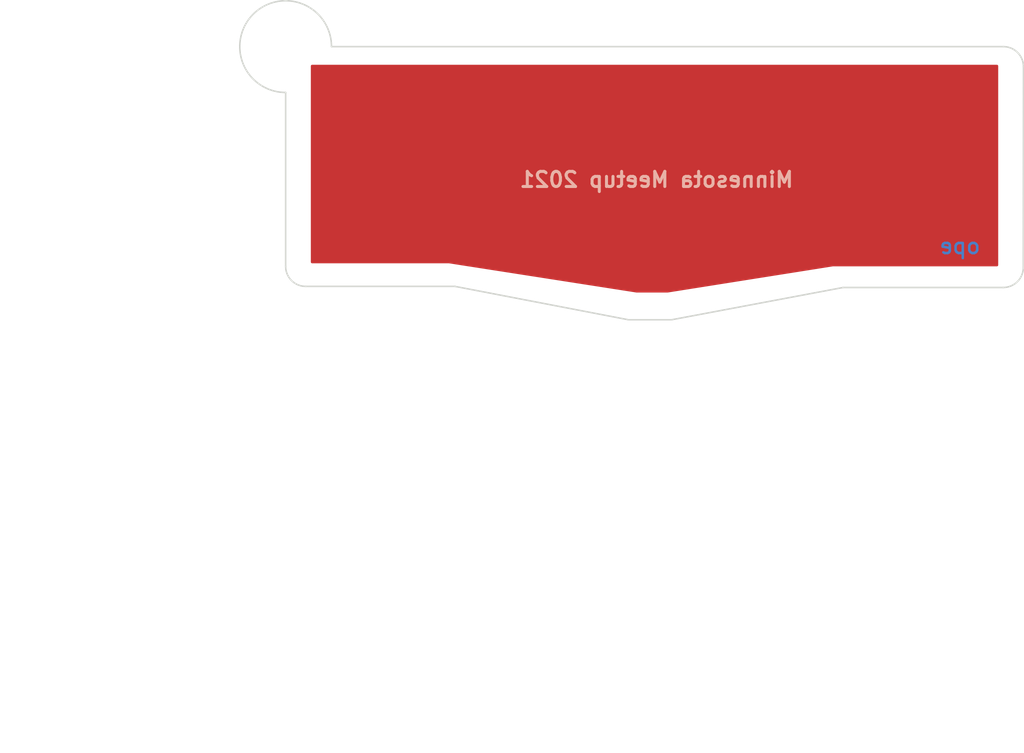
<source format=kicad_pcb>
(kicad_pcb (version 20171130) (host pcbnew "(5.1.10-1-10_14)")

  (general
    (thickness 1.6)
    (drawings 16)
    (tracks 0)
    (zones 0)
    (modules 67)
    (nets 1)
  )

  (page A4)
  (layers
    (0 F.Cu signal)
    (31 B.Cu signal)
    (32 B.Adhes user)
    (33 F.Adhes user)
    (34 B.Paste user)
    (35 F.Paste user)
    (36 B.SilkS user)
    (37 F.SilkS user)
    (38 B.Mask user)
    (39 F.Mask user)
    (40 Dwgs.User user)
    (41 Cmts.User user)
    (42 Eco1.User user)
    (43 Eco2.User user)
    (44 Edge.Cuts user)
    (45 Margin user)
    (46 B.CrtYd user)
    (47 F.CrtYd user)
    (48 B.Fab user)
    (49 F.Fab user hide)
  )

  (setup
    (last_trace_width 0.25)
    (trace_clearance 0.2)
    (zone_clearance 0)
    (zone_45_only no)
    (trace_min 0.2)
    (via_size 0.8)
    (via_drill 0.4)
    (via_min_size 0.4)
    (via_min_drill 0.3)
    (uvia_size 0.3)
    (uvia_drill 0.1)
    (uvias_allowed no)
    (uvia_min_size 0.2)
    (uvia_min_drill 0.1)
    (edge_width 0.15)
    (segment_width 0.15)
    (pcb_text_width 0.3)
    (pcb_text_size 1.5 1.5)
    (mod_edge_width 0.15)
    (mod_text_size 1 1)
    (mod_text_width 0.15)
    (pad_size 6 6)
    (pad_drill 4)
    (pad_to_mask_clearance 0)
    (aux_axis_origin 66.85875 79.76375)
    (grid_origin 66.85875 79.76375)
    (visible_elements 7FFFFFFF)
    (pcbplotparams
      (layerselection 0x010fc_ffffffff)
      (usegerberextensions false)
      (usegerberattributes false)
      (usegerberadvancedattributes false)
      (creategerberjobfile false)
      (excludeedgelayer true)
      (linewidth 0.100000)
      (plotframeref false)
      (viasonmask false)
      (mode 1)
      (useauxorigin false)
      (hpglpennumber 1)
      (hpglpenspeed 20)
      (hpglpendiameter 15.000000)
      (psnegative false)
      (psa4output false)
      (plotreference true)
      (plotvalue true)
      (plotinvisibletext false)
      (padsonsilk false)
      (subtractmaskfromsilk false)
      (outputformat 1)
      (mirror false)
      (drillshape 0)
      (scaleselection 1)
      (outputdirectory "Gerber"))
  )

  (net 0 "")

  (net_class Default "This is the default net class."
    (clearance 0.2)
    (trace_width 0.25)
    (via_dia 0.8)
    (via_drill 0.4)
    (uvia_dia 0.3)
    (uvia_drill 0.1)
  )

  (module random-keyboard-parts:Plate_hole_4mm (layer F.Cu) (tedit 5DBC5A61) (tstamp 611E208C)
    (at 31.65875 67.76375)
    (fp_text reference Ref** (at -0.0127 1.2065) (layer Dwgs.User) hide
      (effects (font (size 1 1) (thickness 0.15)))
    )
    (fp_text value Plate_hole_4mm (at 0 -0.5) (layer F.Fab)
      (effects (font (size 1 1) (thickness 0.15)))
    )
    (pad "" np_thru_hole circle (at 0.0127 -1.9939) (size 4 4) (drill 4) (layers *.Cu *.Mask))
  )

  (module locallib:Pad-1U (layer F.Cu) (tedit 5C08844F) (tstamp 611DB910)
    (at 36.35875 77.56375)
    (fp_text reference REF** (at 0 0.5) (layer Dwgs.User) hide
      (effects (font (size 1 1) (thickness 0.15)))
    )
    (fp_text value Pad-1U (at 0 -0.5) (layer F.Fab) hide
      (effects (font (size 1 1) (thickness 0.15)))
    )
    (pad "" smd rect (at 0 0) (size 3 3) (layers F.Mask)
      (solder_mask_margin -0.1))
  )

  (module locallib:Pad-1U (layer F.Cu) (tedit 5C08844F) (tstamp 611DB910)
    (at 37.15875 73.86375)
    (fp_text reference REF** (at 0 0.5) (layer Dwgs.User) hide
      (effects (font (size 1 1) (thickness 0.15)))
    )
    (fp_text value Pad-1U (at 0 -0.5) (layer F.Fab) hide
      (effects (font (size 1 1) (thickness 0.15)))
    )
    (pad "" smd rect (at 0 0) (size 3 3) (layers F.Mask)
      (solder_mask_margin -0.1))
  )

  (module locallib:Pad-1U (layer F.Cu) (tedit 5C08844F) (tstamp 611DB910)
    (at 38.05875 70.16375)
    (fp_text reference REF** (at 0 0.5) (layer Dwgs.User) hide
      (effects (font (size 1 1) (thickness 0.15)))
    )
    (fp_text value Pad-1U (at 0 -0.5) (layer F.Fab) hide
      (effects (font (size 1 1) (thickness 0.15)))
    )
    (pad "" smd rect (at 0 0) (size 3 3) (layers F.Mask)
      (solder_mask_margin -0.1))
  )

  (module locallib:Pad-1.75U (layer F.Cu) (tedit 5C08847B) (tstamp 611DB7EA)
    (at 95.15875 81.26375)
    (fp_text reference REF** (at 0 0.5) (layer Dwgs.User) hide
      (effects (font (size 1 1) (thickness 0.15)))
    )
    (fp_text value Pad-1.75U (at 0 -0.5) (layer F.Fab) hide
      (effects (font (size 1 1) (thickness 0.15)))
    )
    (pad "" smd rect (at 0 0) (size 5.8575 3) (layers F.Mask)
      (solder_mask_margin -0.1))
  )

  (module locallib:Pad-1U (layer B.Cu) (tedit 611B39CE) (tstamp 611DB7DE)
    (at 70.85875 72.26375 190)
    (fp_text reference REF** (at 0 -0.5 190) (layer Dwgs.User) hide
      (effects (font (size 1 1) (thickness 0.15)))
    )
    (fp_text value Pad-1U (at 0 0.5 190) (layer B.Fab) hide
      (effects (font (size 1 1) (thickness 0.15)) (justify mirror))
    )
    (pad "" smd rect (at 0 0 190) (size 3 3) (layers F.Mask)
      (solder_mask_margin -0.1))
  )

  (module locallib:Pad-1.5U (layer B.Cu) (tedit 611B3A82) (tstamp 611DB7D2)
    (at 82.75875 85.76375 190)
    (fp_text reference REF** (at 0 -0.5 190) (layer Dwgs.User) hide
      (effects (font (size 1 1) (thickness 0.15)))
    )
    (fp_text value Pad-1.5U (at 0 0.5 190) (layer B.Fab) hide
      (effects (font (size 1 1) (thickness 0.15)) (justify mirror))
    )
    (pad "" smd rect (at 0 0 190) (size 4.905 3) (layers F.Mask)
      (solder_mask_margin -0.1))
  )

  (module locallib:Pad-1.5U (layer B.Cu) (tedit 611B3A79) (tstamp 611DB7C6)
    (at 98.55875 85.46375 180)
    (fp_text reference REF** (at 0 -0.5) (layer Dwgs.User) hide
      (effects (font (size 1 1) (thickness 0.15)))
    )
    (fp_text value Pad-1.5U (at 0 0.5) (layer B.Fab) hide
      (effects (font (size 1 1) (thickness 0.15)) (justify mirror))
    )
    (pad "" smd rect (at 0 0 180) (size 4.905 3) (layers F.Mask)
      (solder_mask_margin -0.1))
  )

  (module locallib:Pad-1U (layer B.Cu) (tedit 611B3A01) (tstamp 611DB7BA)
    (at 89.75875 70.16375 180)
    (fp_text reference REF** (at 0 -0.5) (layer Dwgs.User) hide
      (effects (font (size 1 1) (thickness 0.15)))
    )
    (fp_text value Pad-1U (at 0 0.5) (layer B.Fab) hide
      (effects (font (size 1 1) (thickness 0.15)) (justify mirror))
    )
    (pad "" smd rect (at 0 0 180) (size 3 3) (layers F.Mask)
      (solder_mask_margin -0.1))
  )

  (module locallib:Pad-1U (layer B.Cu) (tedit 611B39F8) (tstamp 611DB7AE)
    (at 93.55875 70.16375 180)
    (fp_text reference REF** (at 0 -0.5) (layer Dwgs.User) hide
      (effects (font (size 1 1) (thickness 0.15)))
    )
    (fp_text value Pad-1U (at 0 0.5) (layer B.Fab) hide
      (effects (font (size 1 1) (thickness 0.15)) (justify mirror))
    )
    (pad "" smd rect (at 0 0 180) (size 3 3) (layers F.Mask)
      (solder_mask_margin -0.1))
  )

  (module locallib:Pad-1U (layer B.Cu) (tedit 611B3A4D) (tstamp 611DB7A2)
    (at 87.05875 77.46375 180)
    (fp_text reference REF** (at 0 -0.5) (layer Dwgs.User) hide
      (effects (font (size 1 1) (thickness 0.15)))
    )
    (fp_text value Pad-1U (at 0 0.5) (layer B.Fab) hide
      (effects (font (size 1 1) (thickness 0.15)) (justify mirror))
    )
    (pad "" smd rect (at 0 0 180) (size 3 3) (layers F.Mask)
      (solder_mask_margin -0.1))
  )

  (module locallib:Pad-1U (layer B.Cu) (tedit 611B3A68) (tstamp 611DB796)
    (at 86.15875 81.26375 180)
    (fp_text reference REF** (at 0 -0.5) (layer Dwgs.User) hide
      (effects (font (size 1 1) (thickness 0.15)))
    )
    (fp_text value Pad-1U (at 0 0.5) (layer B.Fab) hide
      (effects (font (size 1 1) (thickness 0.15)) (justify mirror))
    )
    (pad "" smd rect (at 0 0 180) (size 3 3) (layers F.Mask)
      (solder_mask_margin -0.1))
  )

  (module locallib:Pad-1U (layer B.Cu) (tedit 611B39DA) (tstamp 611DB78A)
    (at 82.15875 70.18875 190)
    (fp_text reference REF** (at 0 -0.5 190) (layer Dwgs.User) hide
      (effects (font (size 1 1) (thickness 0.15)))
    )
    (fp_text value Pad-1U (at 0 0.5 190) (layer B.Fab) hide
      (effects (font (size 1 1) (thickness 0.15)) (justify mirror))
    )
    (pad "" smd rect (at 0 0 190) (size 3 3) (layers F.Mask)
      (solder_mask_margin -0.1))
  )

  (module locallib:Pad-1U (layer B.Cu) (tedit 611B3A06) (tstamp 611DB77E)
    (at 85.95875 69.58875 180)
    (fp_text reference REF** (at 0 -0.5) (layer Dwgs.User) hide
      (effects (font (size 1 1) (thickness 0.15)))
    )
    (fp_text value Pad-1U (at 0 0.5) (layer B.Fab) hide
      (effects (font (size 1 1) (thickness 0.15)) (justify mirror))
    )
    (pad "" smd rect (at 0 0 180) (size 3 3) (layers F.Mask)
      (solder_mask_margin -0.1))
  )

  (module locallib:Pad-1U (layer B.Cu) (tedit 611B3A5F) (tstamp 611DB772)
    (at 78.15875 82.48875 190)
    (fp_text reference REF** (at 0 -0.5 190) (layer Dwgs.User) hide
      (effects (font (size 1 1) (thickness 0.15)))
    )
    (fp_text value Pad-1U (at 0 0.5 190) (layer B.Fab) hide
      (effects (font (size 1 1) (thickness 0.15)) (justify mirror))
    )
    (pad "" smd rect (at 0 0 190) (size 3 3) (layers F.Mask)
      (solder_mask_margin -0.1))
  )

  (module locallib:Pad-1U (layer B.Cu) (tedit 611B3A22) (tstamp 611DB766)
    (at 69.75875 76.08875 190)
    (fp_text reference REF** (at 0 -0.5 190) (layer Dwgs.User) hide
      (effects (font (size 1 1) (thickness 0.15)))
    )
    (fp_text value Pad-1U (at 0 0.5 190) (layer B.Fab) hide
      (effects (font (size 1 1) (thickness 0.15)) (justify mirror))
    )
    (pad "" smd rect (at 0 0 190) (size 3 3) (layers F.Mask)
      (solder_mask_margin -0.1))
  )

  (module locallib:Pad-1U (layer B.Cu) (tedit 611B39CE) (tstamp 611DB75A)
    (at 74.65875 71.58875 190)
    (fp_text reference REF** (at 0 -0.5 190) (layer Dwgs.User) hide
      (effects (font (size 1 1) (thickness 0.15)))
    )
    (fp_text value Pad-1U (at 0 0.5 190) (layer B.Fab) hide
      (effects (font (size 1 1) (thickness 0.15)) (justify mirror))
    )
    (pad "" smd rect (at 0 0 190) (size 3 3) (layers F.Mask)
      (solder_mask_margin -0.1))
  )

  (module locallib:Pad-1U (layer B.Cu) (tedit 611B3A63) (tstamp 611DB74E)
    (at 81.85875 81.78875 190)
    (fp_text reference REF** (at 0 -0.5 190) (layer Dwgs.User) hide
      (effects (font (size 1 1) (thickness 0.15)))
    )
    (fp_text value Pad-1U (at 0 0.5 190) (layer B.Fab) hide
      (effects (font (size 1 1) (thickness 0.15)) (justify mirror))
    )
    (pad "" smd rect (at 0 0 190) (size 3 3) (layers F.Mask)
      (solder_mask_margin -0.1))
  )

  (module locallib:Pad-1U (layer B.Cu) (tedit 611B3A55) (tstamp 611DB742)
    (at 70.55875 83.88875 190)
    (fp_text reference REF** (at 0 -0.5 190) (layer Dwgs.User) hide
      (effects (font (size 1 1) (thickness 0.15)))
    )
    (fp_text value Pad-1U (at 0 0.5 190) (layer B.Fab) hide
      (effects (font (size 1 1) (thickness 0.15)) (justify mirror))
    )
    (pad "" smd rect (at 0 0 190) (size 3 3) (layers F.Mask)
      (solder_mask_margin -0.1))
  )

  (module locallib:Pad-1U (layer B.Cu) (tedit 611B3A58) (tstamp 611DB736)
    (at 74.35875 83.18875 190)
    (fp_text reference REF** (at 0 -0.5 190) (layer Dwgs.User) hide
      (effects (font (size 1 1) (thickness 0.15)))
    )
    (fp_text value Pad-1U (at 0 0.5 190) (layer B.Fab) hide
      (effects (font (size 1 1) (thickness 0.15)) (justify mirror))
    )
    (pad "" smd rect (at 0 0 190) (size 3 3) (layers F.Mask)
      (solder_mask_margin -0.1))
  )

  (module locallib:Pad-1U (layer B.Cu) (tedit 611B3A2E) (tstamp 611DB72A)
    (at 81.05875 73.98875 190)
    (fp_text reference REF** (at 0 -0.5 190) (layer Dwgs.User) hide
      (effects (font (size 1 1) (thickness 0.15)))
    )
    (fp_text value Pad-1U (at 0 0.5 190) (layer B.Fab) hide
      (effects (font (size 1 1) (thickness 0.15)) (justify mirror))
    )
    (pad "" smd rect (at 0 0 190) (size 3 3) (layers F.Mask)
      (solder_mask_margin -0.1))
  )

  (module locallib:Pad-1U (layer B.Cu) (tedit 611B3A26) (tstamp 611DB71E)
    (at 73.55875 75.38875 190)
    (fp_text reference REF** (at 0 -0.5 190) (layer Dwgs.User) hide
      (effects (font (size 1 1) (thickness 0.15)))
    )
    (fp_text value Pad-1U (at 0 0.5 190) (layer B.Fab) hide
      (effects (font (size 1 1) (thickness 0.15)) (justify mirror))
    )
    (pad "" smd rect (at 0 0 190) (size 3 3) (layers F.Mask)
      (solder_mask_margin -0.1))
  )

  (module locallib:Pad-1U (layer B.Cu) (tedit 611B3A2A) (tstamp 611DB712)
    (at 77.35875 74.68875 190)
    (fp_text reference REF** (at 0 -0.5 190) (layer Dwgs.User) hide
      (effects (font (size 1 1) (thickness 0.15)))
    )
    (fp_text value Pad-1U (at 0 0.5 190) (layer B.Fab) hide
      (effects (font (size 1 1) (thickness 0.15)) (justify mirror))
    )
    (pad "" smd rect (at 0 0 190) (size 3 3) (layers F.Mask)
      (solder_mask_margin -0.1))
  )

  (module locallib:Pad-1U (layer B.Cu) (tedit 611B39D5) (tstamp 611DB706)
    (at 78.45875 70.88875 190)
    (fp_text reference REF** (at 0 -0.5 190) (layer Dwgs.User) hide
      (effects (font (size 1 1) (thickness 0.15)))
    )
    (fp_text value Pad-1U (at 0 0.5 190) (layer B.Fab) hide
      (effects (font (size 1 1) (thickness 0.15)) (justify mirror))
    )
    (pad "" smd rect (at 0 0 190) (size 3 3) (layers F.Mask)
      (solder_mask_margin -0.1))
  )

  (module locallib:Pad-1U (layer B.Cu) (tedit 611B3A4A) (tstamp 611DB6FA)
    (at 82.75875 77.58875 190)
    (fp_text reference REF** (at 0 -0.5 190) (layer Dwgs.User) hide
      (effects (font (size 1 1) (thickness 0.15)))
    )
    (fp_text value Pad-1U (at 0 0.5 190) (layer B.Fab) hide
      (effects (font (size 1 1) (thickness 0.15)) (justify mirror))
    )
    (pad "" smd rect (at 0 0 190) (size 3 3) (layers F.Mask)
      (solder_mask_margin -0.1))
  )

  (module locallib:Pad-1U (layer B.Cu) (tedit 611B3A40) (tstamp 611DB6EE)
    (at 75.25875 78.98875 190)
    (fp_text reference REF** (at 0 -0.5 190) (layer Dwgs.User) hide
      (effects (font (size 1 1) (thickness 0.15)))
    )
    (fp_text value Pad-1U (at 0 0.5 190) (layer B.Fab) hide
      (effects (font (size 1 1) (thickness 0.15)) (justify mirror))
    )
    (pad "" smd rect (at 0 0 190) (size 3 3) (layers F.Mask)
      (solder_mask_margin -0.1))
  )

  (module locallib:Pad-1U (layer B.Cu) (tedit 611B3A45) (tstamp 611DB6E2)
    (at 79.05875 78.28875 190)
    (fp_text reference REF** (at 0 -0.5 190) (layer Dwgs.User) hide
      (effects (font (size 1 1) (thickness 0.15)))
    )
    (fp_text value Pad-1U (at 0 0.5 190) (layer B.Fab) hide
      (effects (font (size 1 1) (thickness 0.15)) (justify mirror))
    )
    (pad "" smd rect (at 0 0 190) (size 3 3) (layers F.Mask)
      (solder_mask_margin -0.1))
  )

  (module locallib:Pad-1U (layer B.Cu) (tedit 611B3A3B) (tstamp 611DB6D6)
    (at 71.45875 79.68875 190)
    (fp_text reference REF** (at 0 -0.5 190) (layer Dwgs.User) hide
      (effects (font (size 1 1) (thickness 0.15)))
    )
    (fp_text value Pad-1U (at 0 0.5 190) (layer B.Fab) hide
      (effects (font (size 1 1) (thickness 0.15)) (justify mirror))
    )
    (pad "" smd rect (at 0 0 190) (size 3 3) (layers F.Mask)
      (solder_mask_margin -0.1))
  )

  (module locallib:Pad-1U (layer B.Cu) (tedit 611B3A32) (tstamp 611DB6CA)
    (at 88.95875 73.98875 180)
    (fp_text reference REF** (at 0 -0.5) (layer Dwgs.User) hide
      (effects (font (size 1 1) (thickness 0.15)))
    )
    (fp_text value Pad-1U (at 0 0.5) (layer B.Fab) hide
      (effects (font (size 1 1) (thickness 0.15)) (justify mirror))
    )
    (pad "" smd rect (at 0 0 180) (size 3 3) (layers F.Mask)
      (solder_mask_margin -0.1))
  )

  (module locallib:Pad-1U (layer F.Cu) (tedit 5C08844F) (tstamp 611DB6BE)
    (at 52.45875 81.56375 350)
    (fp_text reference REF** (at 0 0.5 170) (layer Dwgs.User) hide
      (effects (font (size 1 1) (thickness 0.15)))
    )
    (fp_text value Pad-1U (at 0 -0.5 170) (layer F.Fab) hide
      (effects (font (size 1 1) (thickness 0.15)))
    )
    (pad "" smd rect (at 0 0 350) (size 3 3) (layers F.Mask)
      (solder_mask_margin -0.1))
  )

  (module locallib:Pad-1U (layer F.Cu) (tedit 5C08844F) (tstamp 611DB6B2)
    (at 59.95875 82.96375 350)
    (fp_text reference REF** (at 0 0.5 170) (layer Dwgs.User) hide
      (effects (font (size 1 1) (thickness 0.15)))
    )
    (fp_text value Pad-1U (at 0 -0.5 170) (layer F.Fab) hide
      (effects (font (size 1 1) (thickness 0.15)))
    )
    (pad "" smd rect (at 0 0 350) (size 3 3) (layers F.Mask)
      (solder_mask_margin -0.1))
  )

  (module locallib:Pad-1U (layer F.Cu) (tedit 5C08844F) (tstamp 611DB6A6)
    (at 56.15875 82.26375 350)
    (fp_text reference REF** (at 0 0.5 170) (layer Dwgs.User) hide
      (effects (font (size 1 1) (thickness 0.15)))
    )
    (fp_text value Pad-1U (at 0 -0.5 170) (layer F.Fab) hide
      (effects (font (size 1 1) (thickness 0.15)))
    )
    (pad "" smd rect (at 0 0 350) (size 3 3) (layers F.Mask)
      (solder_mask_margin -0.1))
  )

  (module locallib:Pad-1U (layer F.Cu) (tedit 5C08844F) (tstamp 611DB69A)
    (at 63.75875 83.66375 350)
    (fp_text reference REF** (at 0 0.5 170) (layer Dwgs.User) hide
      (effects (font (size 1 1) (thickness 0.15)))
    )
    (fp_text value Pad-1U (at 0 -0.5 170) (layer F.Fab) hide
      (effects (font (size 1 1) (thickness 0.15)))
    )
    (pad "" smd rect (at 0 0 350) (size 3 3) (layers F.Mask)
      (solder_mask_margin -0.1))
  )

  (module locallib:Pad-1U (layer F.Cu) (tedit 5C08844F) (tstamp 611DB68E)
    (at 51.65875 77.56375 350)
    (fp_text reference REF** (at 0 0.5 170) (layer Dwgs.User) hide
      (effects (font (size 1 1) (thickness 0.15)))
    )
    (fp_text value Pad-1U (at 0 -0.5 170) (layer F.Fab) hide
      (effects (font (size 1 1) (thickness 0.15)))
    )
    (pad "" smd rect (at 0 0 350) (size 3 3) (layers F.Mask)
      (solder_mask_margin -0.1))
  )

  (module locallib:Pad-1U (layer F.Cu) (tedit 5C08844F) (tstamp 611DB682)
    (at 59.15875 78.96375 350)
    (fp_text reference REF** (at 0 0.5 170) (layer Dwgs.User) hide
      (effects (font (size 1 1) (thickness 0.15)))
    )
    (fp_text value Pad-1U (at 0 -0.5 170) (layer F.Fab) hide
      (effects (font (size 1 1) (thickness 0.15)))
    )
    (pad "" smd rect (at 0 0 350) (size 3 3) (layers F.Mask)
      (solder_mask_margin -0.1))
  )

  (module locallib:Pad-1U (layer F.Cu) (tedit 5C08844F) (tstamp 611DB676)
    (at 55.35875 78.26375 350)
    (fp_text reference REF** (at 0 0.5 170) (layer Dwgs.User) hide
      (effects (font (size 1 1) (thickness 0.15)))
    )
    (fp_text value Pad-1U (at 0 -0.5 170) (layer F.Fab) hide
      (effects (font (size 1 1) (thickness 0.15)))
    )
    (pad "" smd rect (at 0 0 350) (size 3 3) (layers F.Mask)
      (solder_mask_margin -0.1))
  )

  (module locallib:Pad-1U (layer F.Cu) (tedit 5C08844F) (tstamp 611DB66A)
    (at 62.95875 79.66375 350)
    (fp_text reference REF** (at 0 0.5 170) (layer Dwgs.User) hide
      (effects (font (size 1 1) (thickness 0.15)))
    )
    (fp_text value Pad-1U (at 0 -0.5 170) (layer F.Fab) hide
      (effects (font (size 1 1) (thickness 0.15)))
    )
    (pad "" smd rect (at 0 0 350) (size 3 3) (layers F.Mask)
      (solder_mask_margin -0.1))
  )

  (module locallib:Pad-1U (layer F.Cu) (tedit 5C08844F) (tstamp 611DB65E)
    (at 51.75875 73.56375 350)
    (fp_text reference REF** (at 0 0.5 170) (layer Dwgs.User) hide
      (effects (font (size 1 1) (thickness 0.15)))
    )
    (fp_text value Pad-1U (at 0 -0.5 170) (layer F.Fab) hide
      (effects (font (size 1 1) (thickness 0.15)))
    )
    (pad "" smd rect (at 0 0 350) (size 3 3) (layers F.Mask)
      (solder_mask_margin -0.1))
  )

  (module locallib:Pad-1U (layer F.Cu) (tedit 5C08844F) (tstamp 611DB652)
    (at 59.25875 74.96375 350)
    (fp_text reference REF** (at 0 0.5 170) (layer Dwgs.User) hide
      (effects (font (size 1 1) (thickness 0.15)))
    )
    (fp_text value Pad-1U (at 0 -0.5 170) (layer F.Fab) hide
      (effects (font (size 1 1) (thickness 0.15)))
    )
    (pad "" smd rect (at 0 0 350) (size 3 3) (layers F.Mask)
      (solder_mask_margin -0.1))
  )

  (module locallib:Pad-1U (layer F.Cu) (tedit 5C08844F) (tstamp 611DB646)
    (at 55.45875 74.26375 350)
    (fp_text reference REF** (at 0 0.5 170) (layer Dwgs.User) hide
      (effects (font (size 1 1) (thickness 0.15)))
    )
    (fp_text value Pad-1U (at 0 -0.5 170) (layer F.Fab) hide
      (effects (font (size 1 1) (thickness 0.15)))
    )
    (pad "" smd rect (at 0 0 350) (size 3 3) (layers F.Mask)
      (solder_mask_margin -0.1))
  )

  (module locallib:Pad-1U (layer F.Cu) (tedit 5C08844F) (tstamp 611DB63A)
    (at 63.05875 75.66375 350)
    (fp_text reference REF** (at 0 0.5 170) (layer Dwgs.User) hide
      (effects (font (size 1 1) (thickness 0.15)))
    )
    (fp_text value Pad-1U (at 0 -0.5 170) (layer F.Fab) hide
      (effects (font (size 1 1) (thickness 0.15)))
    )
    (pad "" smd rect (at 0 0 350) (size 3 3) (layers F.Mask)
      (solder_mask_margin -0.1))
  )

  (module locallib:Pad-1U (layer F.Cu) (tedit 5C08844F) (tstamp 611DB62E)
    (at 65.65875 72.26375 350)
    (fp_text reference REF** (at 0 0.5 170) (layer Dwgs.User) hide
      (effects (font (size 1 1) (thickness 0.15)))
    )
    (fp_text value Pad-1U (at 0 -0.5 170) (layer F.Fab) hide
      (effects (font (size 1 1) (thickness 0.15)))
    )
    (pad "" smd rect (at 0 0 350) (size 3 3) (layers F.Mask)
      (solder_mask_margin -0.1))
  )

  (module locallib:Pad-1U (layer F.Cu) (tedit 5C08844F) (tstamp 611DB622)
    (at 61.85875 71.56375 350)
    (fp_text reference REF** (at 0 0.5 170) (layer Dwgs.User) hide
      (effects (font (size 1 1) (thickness 0.15)))
    )
    (fp_text value Pad-1U (at 0 -0.5 170) (layer F.Fab) hide
      (effects (font (size 1 1) (thickness 0.15)))
    )
    (pad "" smd rect (at 0 0 350) (size 3 3) (layers F.Mask)
      (solder_mask_margin -0.1))
  )

  (module locallib:Pad-1U (layer F.Cu) (tedit 5C08844F) (tstamp 611DB616)
    (at 58.05875 70.86375 350)
    (fp_text reference REF** (at 0 0.5 170) (layer Dwgs.User) hide
      (effects (font (size 1 1) (thickness 0.15)))
    )
    (fp_text value Pad-1U (at 0 -0.5 170) (layer F.Fab) hide
      (effects (font (size 1 1) (thickness 0.15)))
    )
    (pad "" smd rect (at 0 0 350) (size 3 3) (layers F.Mask)
      (solder_mask_margin -0.1))
  )

  (module locallib:Pad-1U (layer F.Cu) (tedit 5C08844F) (tstamp 611DB60A)
    (at 47.55875 73.96375)
    (fp_text reference REF** (at 0 0.5) (layer Dwgs.User) hide
      (effects (font (size 1 1) (thickness 0.15)))
    )
    (fp_text value Pad-1U (at 0 -0.5) (layer F.Fab) hide
      (effects (font (size 1 1) (thickness 0.15)))
    )
    (pad "" smd rect (at 0 0) (size 3 3) (layers F.Mask)
      (solder_mask_margin -0.1))
  )

  (module locallib:Pad-1U (layer F.Cu) (tedit 5C08844F) (tstamp 611DB5E9)
    (at 100.35875 81.26375)
    (fp_text reference REF** (at 0 0.5) (layer Dwgs.User) hide
      (effects (font (size 1 1) (thickness 0.15)))
    )
    (fp_text value Pad-1U (at 0 -0.5) (layer F.Fab) hide
      (effects (font (size 1 1) (thickness 0.15)))
    )
    (pad "" smd rect (at 0 0) (size 3 3) (layers F.Mask)
      (solder_mask_margin -0.1))
  )

  (module locallib:Pad-1U (layer F.Cu) (tedit 5C08844F) (tstamp 611DB5DD)
    (at 48.35875 81.56375)
    (fp_text reference REF** (at 0 0.5) (layer Dwgs.User) hide
      (effects (font (size 1 1) (thickness 0.15)))
    )
    (fp_text value Pad-1U (at 0 -0.5) (layer F.Fab) hide
      (effects (font (size 1 1) (thickness 0.15)))
    )
    (pad "" smd rect (at 0 0) (size 3 3) (layers F.Mask)
      (solder_mask_margin -0.1))
  )

  (module locallib:Pad-1U (layer F.Cu) (tedit 5C08844F) (tstamp 611DB5D1)
    (at 85.15875 73.66375)
    (fp_text reference REF** (at 0 0.5) (layer Dwgs.User) hide
      (effects (font (size 1 1) (thickness 0.15)))
    )
    (fp_text value Pad-1U (at 0 -0.5) (layer F.Fab) hide
      (effects (font (size 1 1) (thickness 0.15)))
    )
    (pad "" smd rect (at 0 0) (size 3 3) (layers F.Mask)
      (solder_mask_margin -0.1))
  )

  (module locallib:Pad-1U (layer F.Cu) (tedit 5C08844F) (tstamp 611DB5C5)
    (at 90.85875 77.46375)
    (fp_text reference REF** (at 0 0.5) (layer Dwgs.User) hide
      (effects (font (size 1 1) (thickness 0.15)))
    )
    (fp_text value Pad-1U (at 0 -0.5) (layer F.Fab) hide
      (effects (font (size 1 1) (thickness 0.15)))
    )
    (pad "" smd rect (at 0 0) (size 3 3) (layers F.Mask)
      (solder_mask_margin -0.1))
  )

  (module locallib:Pad-1U (layer F.Cu) (tedit 5C08844F) (tstamp 611DB5B9)
    (at 89.95875 81.26375)
    (fp_text reference REF** (at 0 0.5) (layer Dwgs.User) hide
      (effects (font (size 1 1) (thickness 0.15)))
    )
    (fp_text value Pad-1U (at 0 -0.5) (layer F.Fab) hide
      (effects (font (size 1 1) (thickness 0.15)))
    )
    (pad "" smd rect (at 0 0) (size 3 3) (layers F.Mask)
      (solder_mask_margin -0.1))
  )

  (module locallib:Pad-1U (layer F.Cu) (tedit 5C08844F) (tstamp 611DB5AD)
    (at 92.75875 73.96375)
    (fp_text reference REF** (at 0 0.5) (layer Dwgs.User) hide
      (effects (font (size 1 1) (thickness 0.15)))
    )
    (fp_text value Pad-1U (at 0 -0.5) (layer F.Fab) hide
      (effects (font (size 1 1) (thickness 0.15)))
    )
    (pad "" smd rect (at 0 0) (size 3 3) (layers F.Mask)
      (solder_mask_margin -0.1))
  )

  (module locallib:Pad-1U (layer F.Cu) (tedit 5C08844F) (tstamp 611DB5A1)
    (at 47.55875 77.76375)
    (fp_text reference REF** (at 0 0.5) (layer Dwgs.User) hide
      (effects (font (size 1 1) (thickness 0.15)))
    )
    (fp_text value Pad-1U (at 0 -0.5) (layer F.Fab) hide
      (effects (font (size 1 1) (thickness 0.15)))
    )
    (pad "" smd rect (at 0 0) (size 3 3) (layers F.Mask)
      (solder_mask_margin -0.1))
  )

  (module locallib:Pad-1U (layer F.Cu) (tedit 5C08844F) (tstamp 611DB595)
    (at 97.35875 70.16375)
    (fp_text reference REF** (at 0 0.5) (layer Dwgs.User) hide
      (effects (font (size 1 1) (thickness 0.15)))
    )
    (fp_text value Pad-1U (at 0 -0.5) (layer F.Fab) hide
      (effects (font (size 1 1) (thickness 0.15)))
    )
    (pad "" smd rect (at 0 0) (size 3 3) (layers F.Mask)
      (solder_mask_margin -0.1))
  )

  (module locallib:Pad-1U (layer F.Cu) (tedit 5C08844F) (tstamp 611DB589)
    (at 50.55875 69.56375)
    (fp_text reference REF** (at 0 0.5) (layer Dwgs.User) hide
      (effects (font (size 1 1) (thickness 0.15)))
    )
    (fp_text value Pad-1U (at 0 -0.5) (layer F.Fab) hide
      (effects (font (size 1 1) (thickness 0.15)))
    )
    (pad "" smd rect (at 0 0) (size 3 3) (layers F.Mask)
      (solder_mask_margin -0.1))
  )

  (module locallib:Pad-1U (layer F.Cu) (tedit 5C08844F) (tstamp 611DB57D)
    (at 54.35875 70.16375 350)
    (fp_text reference REF** (at 0 0.5 170) (layer Dwgs.User) hide
      (effects (font (size 1 1) (thickness 0.15)))
    )
    (fp_text value Pad-1U (at 0 -0.5 170) (layer F.Fab) hide
      (effects (font (size 1 1) (thickness 0.15)))
    )
    (pad "" smd rect (at 0 0 350) (size 3 3) (layers F.Mask)
      (solder_mask_margin -0.1))
  )

  (module locallib:Pad-1U (layer F.Cu) (tedit 5C08844F) (tstamp 611DB571)
    (at 42.95875 70.16375)
    (fp_text reference REF** (at 0 0.5) (layer Dwgs.User) hide
      (effects (font (size 1 1) (thickness 0.15)))
    )
    (fp_text value Pad-1U (at 0 -0.5) (layer F.Fab) hide
      (effects (font (size 1 1) (thickness 0.15)))
    )
    (pad "" smd rect (at 0 0) (size 3 3) (layers F.Mask)
      (solder_mask_margin -0.1))
  )

  (module locallib:Pad-1U (layer F.Cu) (tedit 5C08844F) (tstamp 611DB565)
    (at 46.75875 70.16375)
    (fp_text reference REF** (at 0 0.5) (layer Dwgs.User) hide
      (effects (font (size 1 1) (thickness 0.15)))
    )
    (fp_text value Pad-1U (at 0 -0.5) (layer F.Fab) hide
      (effects (font (size 1 1) (thickness 0.15)))
    )
    (pad "" smd rect (at 0 0) (size 3 3) (layers F.Mask)
      (solder_mask_margin -0.1))
  )

  (module locallib:Pad-2U (layer F.Cu) (tedit 5C08848A) (tstamp 611DB559)
    (at 58.45875 86.76375 350)
    (fp_text reference REF** (at 0 0.5 170) (layer Dwgs.User) hide
      (effects (font (size 1 1) (thickness 0.15)))
    )
    (fp_text value Pad-2U (at 0 -0.5 170) (layer F.Fab) hide
      (effects (font (size 1 1) (thickness 0.15)))
    )
    (pad "" smd rect (at 0 0 350) (size 6.81 3) (layers F.Mask)
      (solder_mask_margin -0.1))
  )

  (module locallib:Pad-1.5U (layer F.Cu) (tedit 5C08853F) (tstamp 611DB54D)
    (at 42.85875 73.96375)
    (fp_text reference REF** (at 0 0.5) (layer Dwgs.User) hide
      (effects (font (size 1 1) (thickness 0.15)))
    )
    (fp_text value Pad-1.5U (at 0 -0.5) (layer F.Fab) hide
      (effects (font (size 1 1) (thickness 0.15)))
    )
    (pad "" smd rect (at 0 0) (size 4.905 3) (layers F.Mask)
      (solder_mask_margin -0.1))
  )

  (module locallib:Pad-1.5U (layer F.Cu) (tedit 5C08853F) (tstamp 611DB541)
    (at 97.45875 73.96375)
    (fp_text reference REF** (at 0 0.5) (layer Dwgs.User) hide
      (effects (font (size 1 1) (thickness 0.15)))
    )
    (fp_text value Pad-1.5U (at 0 -0.5) (layer F.Fab) hide
      (effects (font (size 1 1) (thickness 0.15)))
    )
    (pad "" smd rect (at 0 0) (size 4.905 3) (layers F.Mask)
      (solder_mask_margin -0.1))
  )

  (module locallib:Pad-1.75U (layer F.Cu) (tedit 5C08847B) (tstamp 611DB535)
    (at 42.45875 77.76375)
    (fp_text reference REF** (at 0 0.5) (layer Dwgs.User) hide
      (effects (font (size 1 1) (thickness 0.15)))
    )
    (fp_text value Pad-1.75U (at 0 -0.5) (layer F.Fab) hide
      (effects (font (size 1 1) (thickness 0.15)))
    )
    (pad "" smd rect (at 0 0) (size 5.8575 3) (layers F.Mask)
      (solder_mask_margin -0.1))
  )

  (module locallib:Pad-2.25U (layer F.Cu) (tedit 5C088496) (tstamp 611DB529)
    (at 97.05875 77.46375)
    (fp_text reference REF** (at 0 0.5) (layer Dwgs.User) hide
      (effects (font (size 1 1) (thickness 0.15)))
    )
    (fp_text value Pad-2.25U (at 0 -0.5) (layer F.Fab) hide
      (effects (font (size 1 1) (thickness 0.15)))
    )
    (pad "" smd rect (at 0 0) (size 7.7625 3) (layers F.Mask)
      (solder_mask_margin -0.1))
  )

  (module locallib:Pad-2.25U (layer F.Cu) (tedit 5C088496) (tstamp 611DB51D)
    (at 42.15875 81.56375)
    (fp_text reference REF** (at 0 0.5) (layer Dwgs.User) hide
      (effects (font (size 1 1) (thickness 0.15)))
    )
    (fp_text value Pad-2.25U (at 0 -0.5) (layer F.Fab) hide
      (effects (font (size 1 1) (thickness 0.15)))
    )
    (pad "" smd rect (at 0 0) (size 7.7625 3) (layers F.Mask)
      (solder_mask_margin -0.1))
  )

  (module locallib:Pad-2.75U (layer F.Cu) (tedit 5C0884A5) (tstamp 611DB511)
    (at 74.55875 87.26375 190)
    (fp_text reference REF** (at 0 0.5 10) (layer Dwgs.User) hide
      (effects (font (size 1 1) (thickness 0.15)))
    )
    (fp_text value Pad-2.75U (at 0 -0.5 10) (layer F.Fab) hide
      (effects (font (size 1 1) (thickness 0.15)))
    )
    (pad "" smd rect (at 0 0 190) (size 9.6675 3) (layers F.Mask)
      (solder_mask_margin -0.1))
  )

  (module locallib:Pad-1.5U (layer F.Cu) (tedit 5C08853F) (tstamp 611DB505)
    (at 40.75875 85.36375)
    (fp_text reference REF** (at 0 0.5) (layer Dwgs.User) hide
      (effects (font (size 1 1) (thickness 0.15)))
    )
    (fp_text value Pad-1.5U (at 0 -0.5) (layer F.Fab) hide
      (effects (font (size 1 1) (thickness 0.15)))
    )
    (pad "" smd rect (at 0 0) (size 4.905 3) (layers F.Mask)
      (solder_mask_margin -0.1))
  )

  (module locallib:Pad-1U (layer F.Cu) (tedit 5C08844F) (tstamp 611DB4F9)
    (at 64.65875 87.86375 350)
    (fp_text reference REF** (at 0 0.5 170) (layer Dwgs.User) hide
      (effects (font (size 1 1) (thickness 0.15)))
    )
    (fp_text value Pad-1U (at 0 -0.5 170) (layer F.Fab) hide
      (effects (font (size 1 1) (thickness 0.15)))
    )
    (pad "" smd rect (at 0 0 350) (size 3 3) (layers F.Mask)
      (solder_mask_margin -0.1))
  )

  (module locallib:Pad-1.5U (layer F.Cu) (tedit 5C08853F) (tstamp 611DB4ED)
    (at 51.25875 85.76375 350)
    (fp_text reference REF** (at 0 0.5 170) (layer Dwgs.User) hide
      (effects (font (size 1 1) (thickness 0.15)))
    )
    (fp_text value Pad-1.5U (at 0 -0.5 170) (layer F.Fab) hide
      (effects (font (size 1 1) (thickness 0.15)))
    )
    (pad "" smd rect (at 0 0 350) (size 4.905 3) (layers F.Mask)
      (solder_mask_margin -0.1))
  )

  (gr_line (start 86.95875 89.66375) (end 102.85875 89.66375) (layer Edge.Cuts) (width 0.15))
  (gr_line (start 69.95875 92.86375) (end 86.95875 89.66375) (layer Edge.Cuts) (width 0.15))
  (gr_line (start 65.65875 92.86375) (end 69.95875 92.86375) (layer Edge.Cuts) (width 0.15))
  (gr_line (start 48.45875 89.553696) (end 65.65875 92.86375) (layer Edge.Cuts) (width 0.15))
  (gr_line (start 33.666154 89.553696) (end 48.45875 89.553696) (layer Edge.Cuts) (width 0.15))
  (gr_text ope (at 98.55875 85.56375) (layer B.Cu) (tstamp 611DB7F9)
    (effects (font (size 1.5 1.5) (thickness 0.25)) (justify mirror))
  )
  (gr_text ope (at 98.55875 85.56375) (layer B.Mask) (tstamp 611DB7F6)
    (effects (font (size 1.5 1.5) (thickness 0.375)) (justify mirror))
  )
  (gr_arc (start 33.651249 87.561251) (end 31.65875 87.56375) (angle -90.35674946) (layer Edge.Cuts) (width 0.15) (tstamp 611BE67D))
  (gr_arc (start 31.65875 65.76368) (end 36.20875 65.76368) (angle -270) (layer Edge.Cuts) (width 0.15) (tstamp 611DB4E7))
  (gr_line (start 31.65875 70.31368) (end 31.65875 87.56375) (layer Edge.Cuts) (width 0.15))
  (gr_arc (start 102.856251 87.671251) (end 102.85875 89.66375) (angle -90.35674946) (layer Edge.Cuts) (width 0.15))
  (gr_arc (start 102.866305 67.76375) (end 104.866305 67.76375) (angle -90) (layer Edge.Cuts) (width 0.15))
  (dimension 3.81 (width 0.3) (layer Cmts.User) (tstamp 5C090A5E)
    (gr_text "3.810 mm" (at 8.85375 133.82625 270) (layer Cmts.User) (tstamp 5C090A5E)
      (effects (font (size 1.5 1.5) (thickness 0.3)))
    )
    (feature1 (pts (xy 12.85875 135.73125) (xy 10.367329 135.73125)))
    (feature2 (pts (xy 12.85875 131.92125) (xy 10.367329 131.92125)))
    (crossbar (pts (xy 10.95375 131.92125) (xy 10.95375 135.73125)))
    (arrow1a (pts (xy 10.95375 135.73125) (xy 10.367329 134.604746)))
    (arrow1b (pts (xy 10.95375 135.73125) (xy 11.540171 134.604746)))
    (arrow2a (pts (xy 10.95375 131.92125) (xy 10.367329 133.047754)))
    (arrow2b (pts (xy 10.95375 131.92125) (xy 11.540171 133.047754)))
  )
  (gr_text "Minnesota Meetup 2021" (at 68.45875 78.96375) (layer B.SilkS) (tstamp 611DB7F3)
    (effects (font (size 1.5 1.5) (thickness 0.3)) (justify mirror))
  )
  (gr_line (start 102.866305 65.76375) (end 36.20875 65.76368) (layer Edge.Cuts) (width 0.15))
  (gr_line (start 104.866305 67.76375) (end 104.848696 87.656346) (layer Edge.Cuts) (width 0.15))

  (zone (net 0) (net_name "") (layer F.Cu) (tstamp 611E218E) (hatch edge 0.508)
    (connect_pads (clearance 0))
    (min_thickness 0.254)
    (fill yes (arc_segments 32) (thermal_gap 0.508) (thermal_bridge_width 0.508))
    (polygon
      (pts
        (xy 102.35875 87.56375) (xy 85.95875 87.56375) (xy 69.55875 90.16375) (xy 66.45875 90.16375) (xy 47.85875 87.26375)
        (xy 34.15875 87.26375) (xy 34.15875 67.56375) (xy 102.35875 67.56375)
      )
    )
    (filled_polygon
      (pts
        (xy 102.23175 87.43675) (xy 85.95875 87.43675) (xy 85.938864 87.438317) (xy 69.548748 90.03675) (xy 66.468592 90.03675)
        (xy 47.878315 87.138266) (xy 47.85875 87.13675) (xy 34.28575 87.13675) (xy 34.28575 67.69075) (xy 102.23175 67.69075)
      )
    )
  )
)

</source>
